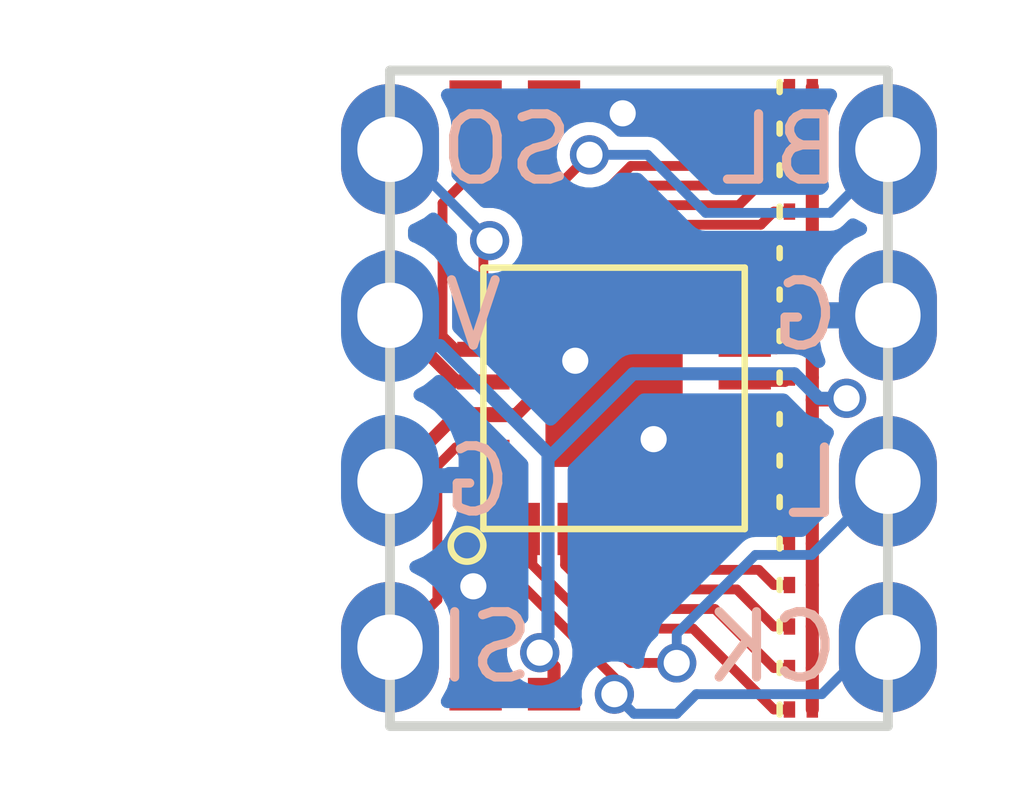
<source format=kicad_pcb>
(kicad_pcb (version 4) (host pcbnew 4.0.7-e1-6374~58~ubuntu14.04.1)

  (general
    (links 51)
    (no_connects 5)
    (area 168.194999 100.108499 175.965001 110.291501)
    (thickness 1.6)
    (drawings 13)
    (tracks 155)
    (zones 0)
    (modules 21)
    (nets 25)
  )

  (page A4)
  (layers
    (0 F.Cu signal)
    (31 B.Cu signal)
    (32 B.Adhes user)
    (33 F.Adhes user)
    (34 B.Paste user)
    (35 F.Paste user)
    (36 B.SilkS user)
    (37 F.SilkS user)
    (38 B.Mask user)
    (39 F.Mask user)
    (40 Dwgs.User user)
    (41 Cmts.User user hide)
    (42 Eco1.User user)
    (43 Eco2.User user)
    (44 Edge.Cuts user)
    (45 Margin user)
    (46 B.CrtYd user)
    (47 F.CrtYd user)
    (48 B.Fab user)
    (49 F.Fab user hide)
  )

  (setup
    (last_trace_width 0.2)
    (user_trace_width 0.2)
    (trace_clearance 0.15)
    (zone_clearance 0.2)
    (zone_45_only no)
    (trace_min 0.15)
    (segment_width 0.2)
    (edge_width 0.15)
    (via_size 0.6)
    (via_drill 0.4)
    (via_min_size 0.4)
    (via_min_drill 0.3)
    (uvia_size 0.3)
    (uvia_drill 0.1)
    (uvias_allowed no)
    (uvia_min_size 0.2)
    (uvia_min_drill 0.1)
    (pcb_text_width 0.3)
    (pcb_text_size 1.5 1.5)
    (mod_edge_width 0.15)
    (mod_text_size 1 1)
    (mod_text_width 0.15)
    (pad_size 1 1)
    (pad_drill 1)
    (pad_to_mask_clearance 0.05)
    (aux_axis_origin 0 0)
    (grid_origin 167.005 111.125)
    (visible_elements FFFFFF7F)
    (pcbplotparams
      (layerselection 0x010fc_80000001)
      (usegerberextensions false)
      (excludeedgelayer true)
      (linewidth 0.100000)
      (plotframeref false)
      (viasonmask false)
      (mode 1)
      (useauxorigin false)
      (hpglpennumber 1)
      (hpglpenspeed 20)
      (hpglpendiameter 15)
      (hpglpenoverlay 2)
      (psnegative false)
      (psa4output false)
      (plotreference true)
      (plotvalue true)
      (plotinvisibletext false)
      (padsonsilk false)
      (subtractmaskfromsilk false)
      (outputformat 1)
      (mirror false)
      (drillshape 0)
      (scaleselection 1)
      (outputdirectory Gerbers/))
  )

  (net 0 "")
  (net 1 VCC)
  (net 2 GND)
  (net 3 /SOUT)
  (net 4 /SIN)
  (net 5 "Net-(R1-Pad1)")
  (net 6 /LAT)
  (net 7 /BLANK)
  (net 8 /SCLK)
  (net 9 "Net-(D1-Pad1)")
  (net 10 "Net-(D2-Pad1)")
  (net 11 "Net-(D3-Pad1)")
  (net 12 "Net-(D4-Pad1)")
  (net 13 "Net-(D5-Pad1)")
  (net 14 "Net-(D6-Pad1)")
  (net 15 "Net-(D7-Pad1)")
  (net 16 "Net-(D8-Pad1)")
  (net 17 "Net-(D9-Pad1)")
  (net 18 "Net-(D10-Pad1)")
  (net 19 "Net-(D11-Pad1)")
  (net 20 "Net-(D12-Pad1)")
  (net 21 "Net-(D13-Pad1)")
  (net 22 "Net-(D14-Pad1)")
  (net 23 "Net-(D15-Pad1)")
  (net 24 "Net-(D16-Pad1)")

  (net_class Default "This is the default net class."
    (clearance 0.15)
    (trace_width 0.15)
    (via_dia 0.6)
    (via_drill 0.4)
    (uvia_dia 0.3)
    (uvia_drill 0.1)
    (add_net /BLANK)
    (add_net /LAT)
    (add_net /SCLK)
    (add_net /SIN)
    (add_net /SOUT)
    (add_net GND)
    (add_net "Net-(D1-Pad1)")
    (add_net "Net-(D10-Pad1)")
    (add_net "Net-(D11-Pad1)")
    (add_net "Net-(D12-Pad1)")
    (add_net "Net-(D13-Pad1)")
    (add_net "Net-(D14-Pad1)")
    (add_net "Net-(D15-Pad1)")
    (add_net "Net-(D16-Pad1)")
    (add_net "Net-(D2-Pad1)")
    (add_net "Net-(D3-Pad1)")
    (add_net "Net-(D4-Pad1)")
    (add_net "Net-(D5-Pad1)")
    (add_net "Net-(D6-Pad1)")
    (add_net "Net-(D7-Pad1)")
    (add_net "Net-(D8-Pad1)")
    (add_net "Net-(D9-Pad1)")
    (add_net "Net-(R1-Pad1)")
    (add_net VCC)
  )

  (module KiCad_Footprints:ZF_LED_SunLed_0201 (layer F.Cu) (tedit 58274E1B) (tstamp 59C82247)
    (at 174.558 100.4375)
    (path /59C7ECCB)
    (attr smd)
    (fp_text reference D16 (at 0 1.15) (layer Cmts.User)
      (effects (font (size 1 1) (thickness 0.15)))
    )
    (fp_text value LED (at 0 -3) (layer Cmts.User) hide
      (effects (font (size 1 1) (thickness 0.15)))
    )
    (fp_line (start -0.325 -0.075) (end -0.325 0.075) (layer F.SilkS) (width 0.1))
    (pad 1 smd rect (at -0.175 0) (size 0.175 0.25) (layers F.Cu F.Paste F.Mask)
      (net 24 "Net-(D16-Pad1)"))
    (pad 2 smd rect (at 0.175 0) (size 0.175 0.25) (layers F.Cu F.Paste F.Mask)
      (net 1 VCC))
  )

  (module KiCad_Footprints:ZF_CONN_1x4_cast (layer F.Cu) (tedit 59B475E2) (tstamp 59B48058)
    (at 175.89 105.2 90)
    (path /59B43AD5)
    (fp_text reference J1 (at -7.62 0 90) (layer F.SilkS) hide
      (effects (font (size 1 1) (thickness 0.15)))
    )
    (fp_text value CONN_01X04 (at 0 -5.08 90) (layer F.Fab) hide
      (effects (font (size 1 1) (thickness 0.15)))
    )
    (pad 2 thru_hole oval (at -1.27 0 90) (size 2 1.5) (drill 1) (layers *.Cu *.Mask)
      (net 6 /LAT))
    (pad 1 thru_hole oval (at -3.81 0 90) (size 2 1.5) (drill 1) (layers *.Cu *.Mask)
      (net 8 /SCLK))
    (pad 3 thru_hole oval (at 1.27 0 90) (size 2 1.5) (drill 1) (layers *.Cu *.Mask)
      (net 2 GND))
    (pad 4 thru_hole oval (at 3.81 0 90) (size 2 1.5) (drill 1) (layers *.Cu *.Mask)
      (net 7 /BLANK))
  )

  (module KiCad_Footprints:ZF_SMD_NonPol_0402 (layer F.Cu) (tedit 591B0B98) (tstamp 59B49BBA)
    (at 170.18 100.584)
    (path /59B44C90)
    (attr smd)
    (fp_text reference R1 (at 0 1.5) (layer F.Fab)
      (effects (font (size 1 1) (thickness 0.15)))
    )
    (fp_text value R (at 0 -1.5) (layer F.Fab) hide
      (effects (font (size 1 1) (thickness 0.15)))
    )
    (pad 1 smd rect (at -0.6 0) (size 0.8 0.5) (layers F.Cu F.Paste F.Mask)
      (net 5 "Net-(R1-Pad1)"))
    (pad 2 smd rect (at 0.6 0) (size 0.8 0.5) (layers F.Cu F.Paste F.Mask)
      (net 2 GND))
    (model Resistors_SMD.3dshapes/R_0402.wrl
      (at (xyz 0 0 0))
      (scale (xyz 1 1 1))
      (rotate (xyz 0 0 0))
    )
  )

  (module KiCad_Footprints:ZF_LED_SunLed_0201 (layer F.Cu) (tedit 58274E1B) (tstamp 59C821ED)
    (at 174.558 109.9625)
    (path /59B41876)
    (attr smd)
    (fp_text reference D1 (at 0 1.15) (layer Cmts.User)
      (effects (font (size 1 1) (thickness 0.15)))
    )
    (fp_text value LED (at 0 -3) (layer Cmts.User) hide
      (effects (font (size 1 1) (thickness 0.15)))
    )
    (fp_line (start -0.325 -0.075) (end -0.325 0.075) (layer F.SilkS) (width 0.1))
    (pad 1 smd rect (at -0.175 0) (size 0.175 0.25) (layers F.Cu F.Paste F.Mask)
      (net 9 "Net-(D1-Pad1)"))
    (pad 2 smd rect (at 0.175 0) (size 0.175 0.25) (layers F.Cu F.Paste F.Mask)
      (net 1 VCC))
  )

  (module KiCad_Footprints:ZF_LED_SunLed_0201 (layer F.Cu) (tedit 58274E1B) (tstamp 59C821F3)
    (at 174.558 109.3275)
    (path /59C7E84E)
    (attr smd)
    (fp_text reference D2 (at 0 1.15) (layer Cmts.User)
      (effects (font (size 1 1) (thickness 0.15)))
    )
    (fp_text value LED (at 0 -3) (layer Cmts.User) hide
      (effects (font (size 1 1) (thickness 0.15)))
    )
    (fp_line (start -0.325 -0.075) (end -0.325 0.075) (layer F.SilkS) (width 0.1))
    (pad 1 smd rect (at -0.175 0) (size 0.175 0.25) (layers F.Cu F.Paste F.Mask)
      (net 10 "Net-(D2-Pad1)"))
    (pad 2 smd rect (at 0.175 0) (size 0.175 0.25) (layers F.Cu F.Paste F.Mask)
      (net 1 VCC))
  )

  (module KiCad_Footprints:ZF_LED_SunLed_0201 (layer F.Cu) (tedit 58274E1B) (tstamp 59C821F9)
    (at 174.558 108.6925)
    (path /59C7E88E)
    (attr smd)
    (fp_text reference D3 (at 0 1.15) (layer Cmts.User)
      (effects (font (size 1 1) (thickness 0.15)))
    )
    (fp_text value LED (at 0 -3) (layer Cmts.User) hide
      (effects (font (size 1 1) (thickness 0.15)))
    )
    (fp_line (start -0.325 -0.075) (end -0.325 0.075) (layer F.SilkS) (width 0.1))
    (pad 1 smd rect (at -0.175 0) (size 0.175 0.25) (layers F.Cu F.Paste F.Mask)
      (net 11 "Net-(D3-Pad1)"))
    (pad 2 smd rect (at 0.175 0) (size 0.175 0.25) (layers F.Cu F.Paste F.Mask)
      (net 1 VCC))
  )

  (module KiCad_Footprints:ZF_LED_SunLed_0201 (layer F.Cu) (tedit 58274E1B) (tstamp 59C821FF)
    (at 174.558 108.0575)
    (path /59C7E905)
    (attr smd)
    (fp_text reference D4 (at 0 1.15) (layer Cmts.User)
      (effects (font (size 1 1) (thickness 0.15)))
    )
    (fp_text value LED (at 0 -3) (layer Cmts.User) hide
      (effects (font (size 1 1) (thickness 0.15)))
    )
    (fp_line (start -0.325 -0.075) (end -0.325 0.075) (layer F.SilkS) (width 0.1))
    (pad 1 smd rect (at -0.175 0) (size 0.175 0.25) (layers F.Cu F.Paste F.Mask)
      (net 12 "Net-(D4-Pad1)"))
    (pad 2 smd rect (at 0.175 0) (size 0.175 0.25) (layers F.Cu F.Paste F.Mask)
      (net 1 VCC))
  )

  (module KiCad_Footprints:ZF_LED_SunLed_0201 (layer F.Cu) (tedit 58274E1B) (tstamp 59C82205)
    (at 174.558 107.4225)
    (path /59C7E941)
    (attr smd)
    (fp_text reference D5 (at 0 1.15) (layer Cmts.User)
      (effects (font (size 1 1) (thickness 0.15)))
    )
    (fp_text value LED (at 0 -3) (layer Cmts.User) hide
      (effects (font (size 1 1) (thickness 0.15)))
    )
    (fp_line (start -0.325 -0.075) (end -0.325 0.075) (layer F.SilkS) (width 0.1))
    (pad 1 smd rect (at -0.175 0) (size 0.175 0.25) (layers F.Cu F.Paste F.Mask)
      (net 13 "Net-(D5-Pad1)"))
    (pad 2 smd rect (at 0.175 0) (size 0.175 0.25) (layers F.Cu F.Paste F.Mask)
      (net 1 VCC))
  )

  (module KiCad_Footprints:ZF_LED_SunLed_0201 (layer F.Cu) (tedit 58274E1B) (tstamp 59C8220B)
    (at 174.558 106.7875)
    (path /59C7E982)
    (attr smd)
    (fp_text reference D6 (at 0 1.15) (layer Cmts.User)
      (effects (font (size 1 1) (thickness 0.15)))
    )
    (fp_text value LED (at 0 -3) (layer Cmts.User) hide
      (effects (font (size 1 1) (thickness 0.15)))
    )
    (fp_line (start -0.325 -0.075) (end -0.325 0.075) (layer F.SilkS) (width 0.1))
    (pad 1 smd rect (at -0.175 0) (size 0.175 0.25) (layers F.Cu F.Paste F.Mask)
      (net 14 "Net-(D6-Pad1)"))
    (pad 2 smd rect (at 0.175 0) (size 0.175 0.25) (layers F.Cu F.Paste F.Mask)
      (net 1 VCC))
  )

  (module KiCad_Footprints:ZF_LED_SunLed_0201 (layer F.Cu) (tedit 58274E1B) (tstamp 59C82211)
    (at 174.558 106.1525)
    (path /59C7E9CA)
    (attr smd)
    (fp_text reference D7 (at 0 1.15) (layer Cmts.User)
      (effects (font (size 1 1) (thickness 0.15)))
    )
    (fp_text value LED (at 0 -3) (layer Cmts.User) hide
      (effects (font (size 1 1) (thickness 0.15)))
    )
    (fp_line (start -0.325 -0.075) (end -0.325 0.075) (layer F.SilkS) (width 0.1))
    (pad 1 smd rect (at -0.175 0) (size 0.175 0.25) (layers F.Cu F.Paste F.Mask)
      (net 15 "Net-(D7-Pad1)"))
    (pad 2 smd rect (at 0.175 0) (size 0.175 0.25) (layers F.Cu F.Paste F.Mask)
      (net 1 VCC))
  )

  (module KiCad_Footprints:ZF_LED_SunLed_0201 (layer F.Cu) (tedit 58274E1B) (tstamp 59C82217)
    (at 174.558 105.5175)
    (path /59C7EA15)
    (attr smd)
    (fp_text reference D8 (at 0 1.15) (layer Cmts.User)
      (effects (font (size 1 1) (thickness 0.15)))
    )
    (fp_text value LED (at 0 -3) (layer Cmts.User) hide
      (effects (font (size 1 1) (thickness 0.15)))
    )
    (fp_line (start -0.325 -0.075) (end -0.325 0.075) (layer F.SilkS) (width 0.1))
    (pad 1 smd rect (at -0.175 0) (size 0.175 0.25) (layers F.Cu F.Paste F.Mask)
      (net 16 "Net-(D8-Pad1)"))
    (pad 2 smd rect (at 0.175 0) (size 0.175 0.25) (layers F.Cu F.Paste F.Mask)
      (net 1 VCC))
  )

  (module KiCad_Footprints:ZF_LED_SunLed_0201 (layer F.Cu) (tedit 58274E1B) (tstamp 59C8221D)
    (at 174.558 104.8825)
    (path /59C7EA67)
    (attr smd)
    (fp_text reference D9 (at 0 1.15) (layer Cmts.User)
      (effects (font (size 1 1) (thickness 0.15)))
    )
    (fp_text value LED (at 0 -3) (layer Cmts.User) hide
      (effects (font (size 1 1) (thickness 0.15)))
    )
    (fp_line (start -0.325 -0.075) (end -0.325 0.075) (layer F.SilkS) (width 0.1))
    (pad 1 smd rect (at -0.175 0) (size 0.175 0.25) (layers F.Cu F.Paste F.Mask)
      (net 17 "Net-(D9-Pad1)"))
    (pad 2 smd rect (at 0.175 0) (size 0.175 0.25) (layers F.Cu F.Paste F.Mask)
      (net 1 VCC))
  )

  (module KiCad_Footprints:ZF_LED_SunLed_0201 (layer F.Cu) (tedit 58274E1B) (tstamp 59C82223)
    (at 174.558 104.2475)
    (path /59C7EAC0)
    (attr smd)
    (fp_text reference D10 (at 0 1.15) (layer Cmts.User)
      (effects (font (size 1 1) (thickness 0.15)))
    )
    (fp_text value LED (at 0 -3) (layer Cmts.User) hide
      (effects (font (size 1 1) (thickness 0.15)))
    )
    (fp_line (start -0.325 -0.075) (end -0.325 0.075) (layer F.SilkS) (width 0.1))
    (pad 1 smd rect (at -0.175 0) (size 0.175 0.25) (layers F.Cu F.Paste F.Mask)
      (net 18 "Net-(D10-Pad1)"))
    (pad 2 smd rect (at 0.175 0) (size 0.175 0.25) (layers F.Cu F.Paste F.Mask)
      (net 1 VCC))
  )

  (module KiCad_Footprints:ZF_LED_SunLed_0201 (layer F.Cu) (tedit 58274E1B) (tstamp 59C82229)
    (at 174.558 103.6125)
    (path /59C7EB12)
    (attr smd)
    (fp_text reference D11 (at 0 1.15) (layer Cmts.User)
      (effects (font (size 1 1) (thickness 0.15)))
    )
    (fp_text value LED (at 0 -3) (layer Cmts.User) hide
      (effects (font (size 1 1) (thickness 0.15)))
    )
    (fp_line (start -0.325 -0.075) (end -0.325 0.075) (layer F.SilkS) (width 0.1))
    (pad 1 smd rect (at -0.175 0) (size 0.175 0.25) (layers F.Cu F.Paste F.Mask)
      (net 19 "Net-(D11-Pad1)"))
    (pad 2 smd rect (at 0.175 0) (size 0.175 0.25) (layers F.Cu F.Paste F.Mask)
      (net 1 VCC))
  )

  (module KiCad_Footprints:ZF_LED_SunLed_0201 (layer F.Cu) (tedit 58274E1B) (tstamp 59C8222F)
    (at 174.558 102.9775)
    (path /59C7EB63)
    (attr smd)
    (fp_text reference D12 (at 0 1.15) (layer Cmts.User)
      (effects (font (size 1 1) (thickness 0.15)))
    )
    (fp_text value LED (at 0 -3) (layer Cmts.User) hide
      (effects (font (size 1 1) (thickness 0.15)))
    )
    (fp_line (start -0.325 -0.075) (end -0.325 0.075) (layer F.SilkS) (width 0.1))
    (pad 1 smd rect (at -0.175 0) (size 0.175 0.25) (layers F.Cu F.Paste F.Mask)
      (net 20 "Net-(D12-Pad1)"))
    (pad 2 smd rect (at 0.175 0) (size 0.175 0.25) (layers F.Cu F.Paste F.Mask)
      (net 1 VCC))
  )

  (module KiCad_Footprints:ZF_LED_SunLed_0201 (layer F.Cu) (tedit 58274E1B) (tstamp 59C82235)
    (at 174.558 102.3425)
    (path /59C7EBB5)
    (attr smd)
    (fp_text reference D13 (at 0 1.15) (layer Cmts.User)
      (effects (font (size 1 1) (thickness 0.15)))
    )
    (fp_text value LED (at 0 -3) (layer Cmts.User) hide
      (effects (font (size 1 1) (thickness 0.15)))
    )
    (fp_line (start -0.325 -0.075) (end -0.325 0.075) (layer F.SilkS) (width 0.1))
    (pad 1 smd rect (at -0.175 0) (size 0.175 0.25) (layers F.Cu F.Paste F.Mask)
      (net 21 "Net-(D13-Pad1)"))
    (pad 2 smd rect (at 0.175 0) (size 0.175 0.25) (layers F.Cu F.Paste F.Mask)
      (net 1 VCC))
  )

  (module KiCad_Footprints:ZF_LED_SunLed_0201 (layer F.Cu) (tedit 58274E1B) (tstamp 59C8223B)
    (at 174.558 101.7075)
    (path /59C7EC0C)
    (attr smd)
    (fp_text reference D14 (at 0 1.15) (layer Cmts.User)
      (effects (font (size 1 1) (thickness 0.15)))
    )
    (fp_text value LED (at 0 -3) (layer Cmts.User) hide
      (effects (font (size 1 1) (thickness 0.15)))
    )
    (fp_line (start -0.325 -0.075) (end -0.325 0.075) (layer F.SilkS) (width 0.1))
    (pad 1 smd rect (at -0.175 0) (size 0.175 0.25) (layers F.Cu F.Paste F.Mask)
      (net 22 "Net-(D14-Pad1)"))
    (pad 2 smd rect (at 0.175 0) (size 0.175 0.25) (layers F.Cu F.Paste F.Mask)
      (net 1 VCC))
  )

  (module KiCad_Footprints:ZF_LED_SunLed_0201 (layer F.Cu) (tedit 58274E1B) (tstamp 59C82241)
    (at 174.558 101.0725)
    (path /59C7EC66)
    (attr smd)
    (fp_text reference D15 (at 0 1.15) (layer Cmts.User)
      (effects (font (size 1 1) (thickness 0.15)))
    )
    (fp_text value LED (at 0 -3) (layer Cmts.User) hide
      (effects (font (size 1 1) (thickness 0.15)))
    )
    (fp_line (start -0.325 -0.075) (end -0.325 0.075) (layer F.SilkS) (width 0.1))
    (pad 1 smd rect (at -0.175 0) (size 0.175 0.25) (layers F.Cu F.Paste F.Mask)
      (net 23 "Net-(D15-Pad1)"))
    (pad 2 smd rect (at 0.175 0) (size 0.175 0.25) (layers F.Cu F.Paste F.Mask)
      (net 1 VCC))
  )

  (module KiCad_Footprints:ZF_IC_QFN24-050-short (layer F.Cu) (tedit 59C7EA7F) (tstamp 59C8224D)
    (at 171.699 105.2 90)
    (path /59B457C3)
    (attr smd)
    (fp_text reference U1 (at 0 4.25 90) (layer Cmts.User)
      (effects (font (size 1 1) (thickness 0.15)))
    )
    (fp_text value TI_TLC59283_QFN24 (at 0 -4.25 90) (layer Cmts.User) hide
      (effects (font (size 1 1) (thickness 0.15)))
    )
    (fp_circle (center -2.25 -2.25) (end -2.25 -2) (layer F.SilkS) (width 0.1))
    (fp_line (start -2 2) (end -2 -2) (layer F.SilkS) (width 0.1))
    (fp_line (start 2 2) (end -2 2) (layer F.SilkS) (width 0.1))
    (fp_line (start 2 -2) (end 2 2) (layer F.SilkS) (width 0.1))
    (fp_line (start -2 -2) (end 2 -2) (layer F.SilkS) (width 0.1))
    (pad 22 smd rect (at 0 0 90) (size 2.1 2.1) (layers F.Cu F.Mask)
      (net 2 GND))
    (pad 1 smd rect (at -2 -1.25 90) (size 0.8 0.23) (layers F.Cu F.Paste F.Mask)
      (net 6 /LAT))
    (pad 22 smd rect (at -0.6 -0.6 90) (size 0.8 0.8) (layers F.Paste)
      (net 2 GND))
    (pad 22 smd rect (at 0.6 -0.6 90) (size 0.8 0.8) (layers F.Paste)
      (net 2 GND))
    (pad 22 smd rect (at 0.6 0.6 90) (size 0.8 0.8) (layers F.Paste)
      (net 2 GND))
    (pad 22 smd rect (at -0.6 0.6 90) (size 0.8 0.8) (layers F.Paste)
      (net 2 GND))
    (pad 2 smd rect (at -2 -0.75 90) (size 0.8 0.23) (layers F.Cu F.Paste F.Mask)
      (net 9 "Net-(D1-Pad1)"))
    (pad 3 smd rect (at -2 -0.25 90) (size 0.8 0.23) (layers F.Cu F.Paste F.Mask)
      (net 10 "Net-(D2-Pad1)"))
    (pad 5 smd rect (at -2 0.75 90) (size 0.8 0.23) (layers F.Cu F.Paste F.Mask)
      (net 12 "Net-(D4-Pad1)"))
    (pad 4 smd rect (at -2 0.25 90) (size 0.8 0.23) (layers F.Cu F.Paste F.Mask)
      (net 11 "Net-(D3-Pad1)"))
    (pad 6 smd rect (at -2 1.25 90) (size 0.8 0.23) (layers F.Cu F.Paste F.Mask)
      (net 13 "Net-(D5-Pad1)"))
    (pad 7 smd rect (at -1.25 2 180) (size 0.8 0.23) (layers F.Cu F.Paste F.Mask)
      (net 14 "Net-(D6-Pad1)"))
    (pad 8 smd rect (at -0.75 2 180) (size 0.8 0.23) (layers F.Cu F.Paste F.Mask)
      (net 15 "Net-(D7-Pad1)"))
    (pad 9 smd rect (at -0.25 2 180) (size 0.8 0.23) (layers F.Cu F.Paste F.Mask)
      (net 16 "Net-(D8-Pad1)"))
    (pad 10 smd rect (at 0.25 2 180) (size 0.8 0.23) (layers F.Cu F.Paste F.Mask)
      (net 17 "Net-(D9-Pad1)"))
    (pad 11 smd rect (at 0.75 2 180) (size 0.8 0.23) (layers F.Cu F.Paste F.Mask)
      (net 18 "Net-(D10-Pad1)"))
    (pad 12 smd rect (at 1.25 2 180) (size 0.8 0.23) (layers F.Cu F.Paste F.Mask)
      (net 19 "Net-(D11-Pad1)"))
    (pad 13 smd rect (at 2 1.25 90) (size 0.8 0.23) (layers F.Cu F.Paste F.Mask)
      (net 20 "Net-(D12-Pad1)"))
    (pad 14 smd rect (at 2 0.75 90) (size 0.8 0.23) (layers F.Cu F.Paste F.Mask)
      (net 21 "Net-(D13-Pad1)"))
    (pad 15 smd rect (at 2 0.25 90) (size 0.8 0.23) (layers F.Cu F.Paste F.Mask)
      (net 22 "Net-(D14-Pad1)"))
    (pad 16 smd rect (at 2 -0.25 90) (size 0.8 0.23) (layers F.Cu F.Paste F.Mask)
      (net 23 "Net-(D15-Pad1)"))
    (pad 17 smd rect (at 2 -0.75 90) (size 0.8 0.23) (layers F.Cu F.Paste F.Mask)
      (net 24 "Net-(D16-Pad1)"))
    (pad 18 smd rect (at 2 -1.25 90) (size 0.8 0.23) (layers F.Cu F.Paste F.Mask)
      (net 7 /BLANK))
    (pad 19 smd rect (at 1.25 -2 180) (size 0.8 0.23) (layers F.Cu F.Paste F.Mask)
      (net 3 /SOUT))
    (pad 20 smd rect (at 0.75 -2 180) (size 0.8 0.23) (layers F.Cu F.Paste F.Mask)
      (net 5 "Net-(R1-Pad1)"))
    (pad 21 smd rect (at 0.25 -2 180) (size 0.8 0.23) (layers F.Cu F.Paste F.Mask)
      (net 1 VCC))
    (pad 22 smd rect (at -0.25 -2 180) (size 0.8 0.23) (layers F.Cu F.Paste F.Mask)
      (net 2 GND))
    (pad 23 smd rect (at -0.75 -2) (size 0.8 0.23) (layers F.Cu F.Paste F.Mask)
      (net 4 /SIN))
    (pad 24 smd rect (at -1.25 -2 180) (size 0.8 0.23) (layers F.Cu F.Paste F.Mask)
      (net 8 /SCLK))
  )

  (module KiCad_Footprints:ZF_SMD_NonPol_0402_cap (layer F.Cu) (tedit 591B0C39) (tstamp 59C83BE8)
    (at 170.18 109.728 180)
    (path /59B42D1F)
    (attr smd)
    (fp_text reference C1 (at 0 1.25 180) (layer F.Fab)
      (effects (font (size 1 1) (thickness 0.15)))
    )
    (fp_text value C (at 0 -1.5 180) (layer F.Fab) hide
      (effects (font (size 1 1) (thickness 0.15)))
    )
    (pad 1 smd rect (at -0.6 0 180) (size 0.8 0.5) (layers F.Cu F.Paste F.Mask)
      (net 1 VCC))
    (pad 2 smd rect (at 0.6 0 180) (size 0.8 0.5) (layers F.Cu F.Paste F.Mask)
      (net 2 GND))
    (model Capacitors_SMD.3dshapes/C_0402.wrl
      (at (xyz 0 0 0))
      (scale (xyz 1 1 1))
      (rotate (xyz 0 0 0))
    )
  )

  (module KiCad_Footprints:ZF_CONN_1x4_cast-skinny (layer F.Cu) (tedit 59C7F41D) (tstamp 59C83B2D)
    (at 168.27 105.2 270)
    (path /59B439FC)
    (fp_text reference J2 (at -7.62 0 270) (layer F.SilkS) hide
      (effects (font (size 1 1) (thickness 0.15)))
    )
    (fp_text value CONN_01X04 (at 0 -5.08 270) (layer F.Fab) hide
      (effects (font (size 1 1) (thickness 0.15)))
    )
    (pad 2 thru_hole oval (at -1.27 0 270) (size 2 1) (drill 1) (layers *.Cu *.Mask)
      (net 1 VCC))
    (pad 1 thru_hole oval (at -3.81 0 270) (size 2 1.5) (drill 1) (layers *.Cu *.Mask)
      (net 3 /SOUT))
    (pad 3 thru_hole oval (at 1.27 0 270) (size 2 1) (drill 1) (layers *.Cu *.Mask)
      (net 2 GND))
    (pad 4 thru_hole oval (at 3.81 0 270) (size 2 1.5) (drill 1) (layers *.Cu *.Mask)
      (net 4 /SIN))
    (pad 2 smd oval (at -1.25 0 270) (size 2 1.5) (layers B.Cu B.Mask)
      (net 1 VCC))
    (pad 3 smd oval (at 1.25 0 270) (size 2 1.5) (layers B.Cu B.Mask)
      (net 2 GND))
  )

  (gr_text SO (at 170.053 101.39) (layer B.SilkS)
    (effects (font (size 1 1) (thickness 0.14)) (justify mirror))
  )
  (gr_text CK (at 174.117 109.01) (layer B.SilkS)
    (effects (font (size 1 1) (thickness 0.14)) (justify mirror))
  )
  (gr_text L (at 174.752 106.4895) (layer B.SilkS)
    (effects (font (size 1 1) (thickness 0.14)) (justify mirror))
  )
  (gr_text BL (at 174.244 101.39) (layer B.SilkS)
    (effects (font (size 1 1) (thickness 0.14)) (justify mirror))
  )
  (gr_text SI (at 169.7355 109.01) (layer B.SilkS)
    (effects (font (size 1 1) (thickness 0.14)) (justify mirror))
  )
  (gr_text G (at 174.625 103.93) (layer B.SilkS)
    (effects (font (size 1 1) (thickness 0.14)) (justify mirror))
  )
  (gr_text G (at 169.6085 106.47) (layer B.SilkS)
    (effects (font (size 1 1) (thickness 0.14)) (justify mirror))
  )
  (gr_text V (at 169.545 103.93) (layer B.SilkS)
    (effects (font (size 1 1) (thickness 0.14)) (justify mirror))
  )
  (gr_line (start 175.89 100.1835) (end 175.89 110.2165) (layer Edge.Cuts) (width 0.15))
  (gr_line (start 168.27 100.247) (end 168.27 100.1835) (layer Edge.Cuts) (width 0.15))
  (gr_line (start 168.27 110.2165) (end 168.27 100.247) (layer Edge.Cuts) (width 0.15))
  (gr_line (start 175.89 110.2165) (end 168.27 110.2165) (layer Edge.Cuts) (width 0.15))
  (gr_line (start 168.27 100.1835) (end 175.89 100.1835) (layer Edge.Cuts) (width 0.15))

  (segment (start 170.688 108.839) (end 170.688 106.125) (width 0.2) (layer B.Cu) (net 1))
  (segment (start 171.988 104.825) (end 170.688 106.125) (width 0.2) (layer B.Cu) (net 1))
  (segment (start 170.688 106.125) (end 170.688 106.045) (width 0.2) (layer B.Cu) (net 1))
  (segment (start 174.458596 104.825) (end 171.988 104.825) (width 0.2) (layer B.Cu) (net 1))
  (segment (start 175.25786 105.2) (end 174.833596 105.2) (width 0.2) (layer B.Cu) (net 1))
  (segment (start 174.833596 105.2) (end 174.458596 104.825) (width 0.2) (layer B.Cu) (net 1))
  (segment (start 170.688 106.045) (end 169.668 105.025) (width 0.2) (layer B.Cu) (net 1))
  (segment (start 169.668 105.025) (end 169.037 104.394) (width 0.2) (layer B.Cu) (net 1))
  (segment (start 174.733 105.225) (end 174.733 105.5175) (width 0.2) (layer F.Cu) (net 1))
  (segment (start 174.733 104.8825) (end 174.733 105.225) (width 0.2) (layer F.Cu) (net 1))
  (segment (start 174.733 105.225) (end 175.23286 105.225) (width 0.2) (layer F.Cu) (net 1))
  (segment (start 175.23286 105.225) (end 175.25786 105.2) (width 0.2) (layer F.Cu) (net 1))
  (via (at 175.25786 105.2) (size 0.6) (drill 0.4) (layers F.Cu B.Cu) (net 1))
  (segment (start 174.733 109.3275) (end 174.733 109.9625) (width 0.2) (layer F.Cu) (net 1))
  (segment (start 174.733 108.6925) (end 174.733 109.3275) (width 0.2) (layer F.Cu) (net 1))
  (segment (start 174.733 108.0575) (end 174.733 108.6925) (width 0.2) (layer F.Cu) (net 1))
  (segment (start 174.733 107.4225) (end 174.733 108.0575) (width 0.2) (layer F.Cu) (net 1))
  (segment (start 174.733 106.7875) (end 174.733 107.4225) (width 0.2) (layer F.Cu) (net 1))
  (segment (start 174.733 106.1525) (end 174.733 106.7875) (width 0.2) (layer F.Cu) (net 1))
  (segment (start 174.733 105.5175) (end 174.733 106.1525) (width 0.2) (layer F.Cu) (net 1))
  (segment (start 174.733 104.2475) (end 174.733 104.8825) (width 0.2) (layer F.Cu) (net 1))
  (segment (start 174.733 103.6125) (end 174.733 104.2475) (width 0.2) (layer F.Cu) (net 1))
  (segment (start 174.733 102.9775) (end 174.733 103.6125) (width 0.2) (layer F.Cu) (net 1))
  (segment (start 174.733 102.3425) (end 174.733 102.9775) (width 0.2) (layer F.Cu) (net 1))
  (segment (start 174.733 101.7075) (end 174.733 102.3425) (width 0.2) (layer F.Cu) (net 1))
  (segment (start 174.733 101.0725) (end 174.733 101.7075) (width 0.2) (layer F.Cu) (net 1))
  (segment (start 174.733 100.4375) (end 174.733 101.0725) (width 0.2) (layer F.Cu) (net 1))
  (segment (start 170.561 109.093) (end 170.561 108.966) (width 0.2) (layer B.Cu) (net 1))
  (segment (start 170.561 108.966) (end 170.688 108.839) (width 0.2) (layer B.Cu) (net 1))
  (segment (start 169.037 104.394) (end 168.714 104.394) (width 0.2) (layer B.Cu) (net 1))
  (segment (start 168.714 104.394) (end 168.27 103.95) (width 0.2) (layer B.Cu) (net 1))
  (segment (start 168.27 104.43) (end 168.27 103.93) (width 0.2) (layer B.Cu) (net 1))
  (segment (start 170.78 109.728) (end 170.78 109.312) (width 0.2) (layer F.Cu) (net 1))
  (segment (start 170.78 109.312) (end 170.561 109.093) (width 0.2) (layer F.Cu) (net 1))
  (via (at 170.561 109.093) (size 0.6) (drill 0.4) (layers F.Cu B.Cu) (net 1))
  (segment (start 169.699 104.95) (end 169.29 104.95) (width 0.2) (layer F.Cu) (net 1))
  (segment (start 169.29 104.95) (end 168.27 103.93) (width 0.2) (layer F.Cu) (net 1))
  (segment (start 171.105 104.525) (end 171.105 104.625) (width 0.2) (layer B.Cu) (net 2))
  (segment (start 171.105 104.625) (end 171.699 105.2) (width 0.2) (layer F.Cu) (net 2) (tstamp 59DC04F3))
  (via (at 171.105 104.625) (size 0.6) (drill 0.4) (layers F.Cu B.Cu) (net 2))
  (segment (start 172.205 105.825) (end 172.305 105.825) (width 0.2) (layer B.Cu) (net 2))
  (segment (start 172.305 105.825) (end 171.699 105.2) (width 0.2) (layer F.Cu) (net 2) (tstamp 59DC04DF))
  (via (at 172.305 105.825) (size 0.6) (drill 0.4) (layers F.Cu B.Cu) (net 2))
  (segment (start 169.58 109.728) (end 169.58 108.112) (width 0.2) (layer F.Cu) (net 2))
  (segment (start 169.58 108.112) (end 169.545 108.077) (width 0.2) (layer F.Cu) (net 2))
  (via (at 169.545 108.077) (size 0.6) (drill 0.4) (layers F.Cu B.Cu) (net 2))
  (segment (start 170.78 100.584) (end 171.577 100.584) (width 0.15) (layer F.Cu) (net 2))
  (segment (start 171.577 100.584) (end 171.831 100.838) (width 0.15) (layer F.Cu) (net 2))
  (via (at 171.831 100.838) (size 0.6) (drill 0.4) (layers F.Cu B.Cu) (net 2))
  (segment (start 169.699 105.45) (end 169.29 105.45) (width 0.2) (layer F.Cu) (net 2))
  (segment (start 169.29 105.45) (end 168.27 106.47) (width 0.2) (layer F.Cu) (net 2))
  (segment (start 171.699 105.2) (end 170.449 105.2) (width 0.2) (layer F.Cu) (net 2))
  (segment (start 170.449 105.2) (end 170.199 105.45) (width 0.2) (layer F.Cu) (net 2))
  (segment (start 170.199 105.45) (end 169.699 105.45) (width 0.2) (layer F.Cu) (net 2))
  (segment (start 169.794 102.787) (end 168.397 101.39) (width 0.15) (layer B.Cu) (net 3))
  (segment (start 168.397 101.39) (end 168.27 101.39) (width 0.15) (layer B.Cu) (net 3))
  (segment (start 169.699 103.95) (end 169.699 102.882) (width 0.15) (layer F.Cu) (net 3))
  (segment (start 169.699 102.882) (end 169.794 102.787) (width 0.15) (layer F.Cu) (net 3))
  (via (at 169.794 102.787) (size 0.6) (drill 0.4) (layers F.Cu B.Cu) (net 3))
  (segment (start 169.699 105.95) (end 169.278998 105.95) (width 0.15) (layer F.Cu) (net 4))
  (segment (start 169.278998 105.95) (end 168.99501 106.233988) (width 0.15) (layer F.Cu) (net 4))
  (segment (start 168.99501 106.233988) (end 168.99501 108.28499) (width 0.15) (layer F.Cu) (net 4))
  (segment (start 168.99501 108.28499) (end 168.27 109.01) (width 0.15) (layer F.Cu) (net 4))
  (segment (start 169.073999 102.214873) (end 169.58 101.708872) (width 0.15) (layer F.Cu) (net 5))
  (segment (start 169.58 101.708872) (end 169.58 100.584) (width 0.15) (layer F.Cu) (net 5))
  (segment (start 169.278998 104.45) (end 169.699 104.45) (width 0.15) (layer F.Cu) (net 5))
  (segment (start 169.073999 102.214873) (end 169.073999 104.245001) (width 0.15) (layer F.Cu) (net 5))
  (segment (start 169.073999 104.245001) (end 169.278998 104.45) (width 0.15) (layer F.Cu) (net 5))
  (segment (start 172.657883 109.250059) (end 172.657883 108.802117) (width 0.15) (layer B.Cu) (net 6))
  (segment (start 172.657883 108.802117) (end 173.863 107.597) (width 0.15) (layer B.Cu) (net 6))
  (segment (start 173.863 107.597) (end 174.724 107.597) (width 0.15) (layer B.Cu) (net 6))
  (segment (start 174.724 107.597) (end 175.851 106.47) (width 0.15) (layer B.Cu) (net 6))
  (segment (start 175.851 106.47) (end 175.89 106.47) (width 0.15) (layer B.Cu) (net 6))
  (segment (start 172.233619 109.250059) (end 172.657883 109.250059) (width 0.15) (layer F.Cu) (net 6))
  (segment (start 170.449 107.75) (end 171.949059 109.250059) (width 0.15) (layer F.Cu) (net 6))
  (segment (start 171.949059 109.250059) (end 172.233619 109.250059) (width 0.15) (layer F.Cu) (net 6))
  (segment (start 170.449 107.2) (end 170.449 107.75) (width 0.15) (layer F.Cu) (net 6))
  (via (at 172.657883 109.250059) (size 0.6) (drill 0.4) (layers F.Cu B.Cu) (net 6))
  (segment (start 173.101 102.362) (end 175.006 102.362) (width 0.15) (layer B.Cu) (net 7))
  (segment (start 171.323 101.473) (end 172.212 101.473) (width 0.15) (layer B.Cu) (net 7))
  (segment (start 172.212 101.473) (end 173.101 102.362) (width 0.15) (layer B.Cu) (net 7))
  (segment (start 170.449 103.2) (end 170.449 102.347) (width 0.15) (layer F.Cu) (net 7))
  (via (at 171.323 101.473) (size 0.6) (drill 0.4) (layers F.Cu B.Cu) (net 7))
  (segment (start 170.449 102.347) (end 171.323 101.473) (width 0.15) (layer F.Cu) (net 7))
  (segment (start 175.006 102.362) (end 175.89 101.478) (width 0.15) (layer B.Cu) (net 7))
  (segment (start 175.89 101.478) (end 175.89 101.39) (width 0.15) (layer B.Cu) (net 7))
  (segment (start 170.449 103.2) (end 170.449 102.377) (width 0.15) (layer F.Cu) (net 7))
  (segment (start 172.974 109.728) (end 172.956928 109.728) (width 0.15) (layer B.Cu) (net 8))
  (segment (start 172.956928 109.728) (end 172.656929 110.027999) (width 0.15) (layer B.Cu) (net 8))
  (segment (start 172.656929 110.027999) (end 172.003999 110.027999) (width 0.15) (layer B.Cu) (net 8))
  (segment (start 172.003999 110.027999) (end 171.704 109.728) (width 0.15) (layer B.Cu) (net 8))
  (segment (start 174.879 109.728) (end 172.974 109.728) (width 0.15) (layer B.Cu) (net 8))
  (segment (start 175.597 109.01) (end 174.879 109.728) (width 0.15) (layer B.Cu) (net 8))
  (segment (start 175.89 109.01) (end 175.597 109.01) (width 0.15) (layer B.Cu) (net 8))
  (segment (start 172.003999 110.027999) (end 172.656947 110.027999) (width 0.15) (layer B.Cu) (net 8))
  (segment (start 169.699 107.469) (end 171.704 109.474) (width 0.15) (layer F.Cu) (net 8))
  (segment (start 171.704 109.474) (end 171.704 109.728) (width 0.15) (layer F.Cu) (net 8))
  (via (at 171.704 109.728) (size 0.6) (drill 0.4) (layers F.Cu B.Cu) (net 8))
  (segment (start 169.699 106.45) (end 169.699 107.469) (width 0.15) (layer F.Cu) (net 8))
  (segment (start 174.1455 109.9625) (end 174.383 109.9625) (width 0.15) (layer F.Cu) (net 9))
  (segment (start 172.908034 108.725034) (end 174.1455 109.9625) (width 0.15) (layer F.Cu) (net 9))
  (segment (start 171.924034 108.725034) (end 172.908034 108.725034) (width 0.15) (layer F.Cu) (net 9))
  (segment (start 170.949 107.75) (end 171.924034 108.725034) (width 0.15) (layer F.Cu) (net 9))
  (segment (start 170.949 107.2) (end 170.949 107.75) (width 0.15) (layer F.Cu) (net 9))
  (segment (start 174.1455 109.3275) (end 174.383 109.3275) (width 0.15) (layer F.Cu) (net 10))
  (segment (start 172.124023 108.425023) (end 173.243023 108.425023) (width 0.15) (layer F.Cu) (net 10))
  (segment (start 171.449 107.75) (end 172.124023 108.425023) (width 0.15) (layer F.Cu) (net 10))
  (segment (start 171.449 107.2) (end 171.449 107.75) (width 0.15) (layer F.Cu) (net 10))
  (segment (start 173.243023 108.425023) (end 174.1455 109.3275) (width 0.15) (layer F.Cu) (net 10))
  (segment (start 174.1455 108.6925) (end 174.383 108.6925) (width 0.15) (layer F.Cu) (net 11))
  (segment (start 173.578011 108.125011) (end 174.1455 108.6925) (width 0.15) (layer F.Cu) (net 11))
  (segment (start 171.949 107.2) (end 171.949 107.75) (width 0.15) (layer F.Cu) (net 11))
  (segment (start 172.324011 108.125011) (end 173.578011 108.125011) (width 0.15) (layer F.Cu) (net 11))
  (segment (start 171.949 107.75) (end 172.324011 108.125011) (width 0.15) (layer F.Cu) (net 11))
  (segment (start 174.1455 108.0575) (end 174.383 108.0575) (width 0.15) (layer F.Cu) (net 12))
  (segment (start 172.449 107.75) (end 172.524001 107.825001) (width 0.15) (layer F.Cu) (net 12))
  (segment (start 173.913001 107.825001) (end 174.1455 108.0575) (width 0.15) (layer F.Cu) (net 12))
  (segment (start 172.524001 107.825001) (end 173.913001 107.825001) (width 0.15) (layer F.Cu) (net 12))
  (segment (start 172.449 107.2) (end 172.449 107.75) (width 0.15) (layer F.Cu) (net 12))
  (segment (start 174.1605 107.2) (end 174.383 107.4225) (width 0.15) (layer F.Cu) (net 13))
  (segment (start 172.949 107.2) (end 174.1605 107.2) (width 0.15) (layer F.Cu) (net 13))
  (segment (start 173.699 106.45) (end 174.0455 106.45) (width 0.15) (layer F.Cu) (net 14))
  (segment (start 174.0455 106.45) (end 174.383 106.7875) (width 0.15) (layer F.Cu) (net 14))
  (segment (start 174.1805 105.95) (end 174.383 106.1525) (width 0.15) (layer F.Cu) (net 15))
  (segment (start 173.699 105.95) (end 174.1805 105.95) (width 0.15) (layer F.Cu) (net 15))
  (segment (start 174.3155 105.45) (end 174.383 105.5175) (width 0.15) (layer F.Cu) (net 16))
  (segment (start 173.699 105.45) (end 174.3155 105.45) (width 0.15) (layer F.Cu) (net 16))
  (segment (start 174.3155 104.95) (end 174.383 104.8825) (width 0.15) (layer F.Cu) (net 17))
  (segment (start 173.699 104.95) (end 174.3155 104.95) (width 0.15) (layer F.Cu) (net 17))
  (segment (start 174.1805 104.45) (end 174.383 104.2475) (width 0.15) (layer F.Cu) (net 18))
  (segment (start 173.699 104.45) (end 174.1805 104.45) (width 0.15) (layer F.Cu) (net 18))
  (segment (start 173.699 103.95) (end 174.0455 103.95) (width 0.15) (layer F.Cu) (net 19))
  (segment (start 174.0455 103.95) (end 174.383 103.6125) (width 0.15) (layer F.Cu) (net 19))
  (segment (start 174.1605 103.2) (end 174.383 102.9775) (width 0.15) (layer F.Cu) (net 20))
  (segment (start 172.949 103.2) (end 174.1605 103.2) (width 0.15) (layer F.Cu) (net 20))
  (segment (start 174.1455 102.3425) (end 174.383 102.3425) (width 0.15) (layer F.Cu) (net 21))
  (segment (start 173.943967 102.544033) (end 174.1455 102.3425) (width 0.15) (layer F.Cu) (net 21))
  (segment (start 172.554967 102.544033) (end 173.943967 102.544033) (width 0.15) (layer F.Cu) (net 21))
  (segment (start 172.449 102.65) (end 172.554967 102.544033) (width 0.15) (layer F.Cu) (net 21))
  (segment (start 172.449 103.2) (end 172.449 102.65) (width 0.15) (layer F.Cu) (net 21))
  (segment (start 174.1455 101.7075) (end 174.383 101.7075) (width 0.15) (layer F.Cu) (net 22))
  (segment (start 173.608978 102.244022) (end 174.1455 101.7075) (width 0.15) (layer F.Cu) (net 22))
  (segment (start 172.354978 102.244022) (end 173.608978 102.244022) (width 0.15) (layer F.Cu) (net 22))
  (segment (start 171.949 102.65) (end 172.354978 102.244022) (width 0.15) (layer F.Cu) (net 22))
  (segment (start 171.949 103.2) (end 171.949 102.65) (width 0.15) (layer F.Cu) (net 22))
  (segment (start 174.1455 101.0725) (end 174.383 101.0725) (width 0.15) (layer F.Cu) (net 23))
  (segment (start 173.273989 101.944011) (end 174.1455 101.0725) (width 0.15) (layer F.Cu) (net 23))
  (segment (start 171.449 103.2) (end 171.449 102.65) (width 0.15) (layer F.Cu) (net 23))
  (segment (start 172.154989 101.944011) (end 173.273989 101.944011) (width 0.15) (layer F.Cu) (net 23))
  (segment (start 171.449 102.65) (end 172.154989 101.944011) (width 0.15) (layer F.Cu) (net 23))
  (segment (start 173.096 101.644) (end 174.3025 100.4375) (width 0.15) (layer F.Cu) (net 24))
  (segment (start 174.3025 100.4375) (end 174.383 100.4375) (width 0.15) (layer F.Cu) (net 24))
  (segment (start 171.955 101.644) (end 173.096 101.644) (width 0.15) (layer F.Cu) (net 24))
  (segment (start 170.949 103.2) (end 170.949 102.65) (width 0.15) (layer F.Cu) (net 24))
  (segment (start 170.949 102.65) (end 171.955 101.644) (width 0.15) (layer F.Cu) (net 24))

  (zone (net 2) (net_name GND) (layer B.Cu) (tstamp 0) (hatch edge 0.508)
    (connect_pads (clearance 0.2))
    (min_thickness 0.2)
    (fill yes (arc_segments 32) (thermal_gap 0.3) (thermal_bridge_width 0.4))
    (polygon
      (pts
        (xy 164.079 99.6755) (xy 177.9855 99.104) (xy 177.541 111.3595) (xy 162.301001 110.8515)
      )
    )
    (filled_polygon
      (pts
        (xy 170.288 106.210686) (xy 170.288 108.55615) (xy 170.281677 108.558705) (xy 170.183219 108.623135) (xy 170.09915 108.705461)
        (xy 170.032672 108.802549) (xy 169.986318 108.9107) (xy 169.961854 109.025795) (xy 169.960211 109.14345) (xy 169.981452 109.259183)
        (xy 170.024768 109.368586) (xy 170.088509 109.467492) (xy 170.170247 109.552134) (xy 170.266868 109.619287) (xy 170.374693 109.666395)
        (xy 170.489614 109.691662) (xy 170.607254 109.694126) (xy 170.723133 109.673694) (xy 170.832835 109.631143) (xy 170.932184 109.568094)
        (xy 171.017395 109.486949) (xy 171.085221 109.390799) (xy 171.13308 109.283306) (xy 171.159149 109.168564) (xy 171.161026 109.034167)
        (xy 171.138171 108.918742) (xy 171.093332 108.809954) (xy 171.088 108.801929) (xy 171.088 106.290686) (xy 172.153685 105.225)
        (xy 174.29291 105.225) (xy 174.550753 105.482843) (xy 174.579338 105.506323) (xy 174.607609 105.530045) (xy 174.609451 105.531058)
        (xy 174.611078 105.532394) (xy 174.643649 105.549858) (xy 174.676019 105.567654) (xy 174.678025 105.56829) (xy 174.679878 105.569284)
        (xy 174.715175 105.580075) (xy 174.750431 105.591259) (xy 174.752525 105.591494) (xy 174.754534 105.592108) (xy 174.791283 105.595841)
        (xy 174.807772 105.597691) (xy 174.867107 105.659134) (xy 174.963728 105.726287) (xy 174.965134 105.726901) (xy 174.924908 105.800071)
        (xy 174.862945 105.995403) (xy 174.840102 106.19905) (xy 174.84 106.21371) (xy 174.84 106.72629) (xy 174.859997 106.930236)
        (xy 174.860098 106.930572) (xy 174.56867 107.222) (xy 173.863 107.222) (xy 173.828572 107.225376) (xy 173.794018 107.228399)
        (xy 173.792122 107.22895) (xy 173.790162 107.229142) (xy 173.757008 107.239152) (xy 173.723737 107.248818) (xy 173.721988 107.249725)
        (xy 173.720099 107.250295) (xy 173.689489 107.266571) (xy 173.658761 107.282499) (xy 173.657222 107.283728) (xy 173.655478 107.284655)
        (xy 173.628578 107.306594) (xy 173.601564 107.328159) (xy 173.598822 107.330862) (xy 173.598762 107.330911) (xy 173.598716 107.330966)
        (xy 173.597835 107.331835) (xy 172.392718 108.536952) (xy 172.370754 108.563692) (xy 172.348465 108.590254) (xy 172.347513 108.591985)
        (xy 172.346264 108.593506) (xy 172.329906 108.624013) (xy 172.313207 108.654389) (xy 172.312611 108.656268) (xy 172.311679 108.658006)
        (xy 172.301557 108.691116) (xy 172.291078 108.72415) (xy 172.290858 108.726112) (xy 172.290282 108.727996) (xy 172.28678 108.76247)
        (xy 172.285163 108.776882) (xy 172.280102 108.780194) (xy 172.196033 108.86252) (xy 172.129555 108.959608) (xy 172.083201 109.067759)
        (xy 172.058737 109.182854) (xy 172.057898 109.242945) (xy 171.990755 109.197657) (xy 171.882283 109.15206) (xy 171.767021 109.1284)
        (xy 171.649357 109.127578) (xy 171.533775 109.149627) (xy 171.424677 109.193705) (xy 171.326219 109.258135) (xy 171.24215 109.340461)
        (xy 171.175672 109.437549) (xy 171.129318 109.5457) (xy 171.104854 109.660795) (xy 171.103211 109.77845) (xy 171.114783 109.8415)
        (xy 169.146267 109.8415) (xy 169.235092 109.679929) (xy 169.297055 109.484597) (xy 169.319898 109.28095) (xy 169.32 109.26629)
        (xy 169.32 108.75371) (xy 169.300003 108.549764) (xy 169.240773 108.353586) (xy 169.144567 108.172649) (xy 169.015049 108.013844)
        (xy 168.857153 107.883221) (xy 168.676891 107.785754) (xy 168.664471 107.781909) (xy 168.686866 107.773879) (xy 168.699129 107.765905)
        (xy 168.825759 107.711748) (xy 169.012462 107.583884) (xy 169.170633 107.422053) (xy 169.294193 107.232474) (xy 169.378394 107.022432)
        (xy 169.42 106.8) (xy 169.42 106.55) (xy 168.645 106.55) (xy 168.645 106.37) (xy 169.17 106.37)
        (xy 169.17 106.35) (xy 169.42 106.35) (xy 169.42 106.1) (xy 169.378394 105.877568) (xy 169.294193 105.667526)
        (xy 169.170633 105.477947) (xy 169.012462 105.316116) (xy 168.825759 105.188252) (xy 168.727564 105.146256) (xy 168.844941 105.084893)
        (xy 169.004647 104.956486) (xy 169.017948 104.940634)
      )
    )
    (filled_polygon
      (pts
        (xy 174.924908 100.720071) (xy 174.862945 100.915403) (xy 174.840102 101.11905) (xy 174.84 101.13371) (xy 174.84 101.64629)
        (xy 174.859997 101.850236) (xy 174.88955 101.94812) (xy 174.85067 101.987) (xy 173.25633 101.987) (xy 172.477165 101.207835)
        (xy 172.450425 101.185871) (xy 172.423863 101.163582) (xy 172.422132 101.16263) (xy 172.420611 101.161381) (xy 172.390104 101.145023)
        (xy 172.359728 101.128324) (xy 172.357849 101.127728) (xy 172.356111 101.126796) (xy 172.323001 101.116674) (xy 172.289967 101.106195)
        (xy 172.288005 101.105975) (xy 172.286121 101.105399) (xy 172.251647 101.101897) (xy 172.217236 101.098037) (xy 172.213386 101.09801)
        (xy 172.213309 101.098002) (xy 172.213238 101.098009) (xy 172.212 101.098) (xy 171.794237 101.098) (xy 171.790216 101.091948)
        (xy 171.707305 101.008455) (xy 171.609755 100.942657) (xy 171.501283 100.89706) (xy 171.386021 100.8734) (xy 171.268357 100.872578)
        (xy 171.152775 100.894627) (xy 171.043677 100.938705) (xy 170.945219 101.003135) (xy 170.86115 101.085461) (xy 170.794672 101.182549)
        (xy 170.748318 101.2907) (xy 170.723854 101.405795) (xy 170.722211 101.52345) (xy 170.743452 101.639183) (xy 170.786768 101.748586)
        (xy 170.850509 101.847492) (xy 170.932247 101.932134) (xy 171.028868 101.999287) (xy 171.136693 102.046395) (xy 171.251614 102.071662)
        (xy 171.369254 102.074126) (xy 171.485133 102.053694) (xy 171.594835 102.011143) (xy 171.694184 101.948094) (xy 171.779395 101.866949)
        (xy 171.792762 101.848) (xy 172.05667 101.848) (xy 172.835835 102.627165) (xy 172.862575 102.649129) (xy 172.889137 102.671418)
        (xy 172.890868 102.67237) (xy 172.892389 102.673619) (xy 172.922896 102.689977) (xy 172.953272 102.706676) (xy 172.955151 102.707272)
        (xy 172.956889 102.708204) (xy 172.99004 102.718339) (xy 173.023033 102.728805) (xy 173.02499 102.729025) (xy 173.026879 102.729602)
        (xy 173.061402 102.733109) (xy 173.095764 102.736963) (xy 173.099614 102.73699) (xy 173.099691 102.736998) (xy 173.099762 102.736991)
        (xy 173.101 102.737) (xy 175.006 102.737) (xy 175.040473 102.73362) (xy 175.074982 102.730601) (xy 175.076878 102.73005)
        (xy 175.078838 102.729858) (xy 175.111992 102.719848) (xy 175.145263 102.710182) (xy 175.147012 102.709275) (xy 175.148901 102.708705)
        (xy 175.179511 102.692429) (xy 175.210239 102.676501) (xy 175.211778 102.675272) (xy 175.213522 102.674345) (xy 175.240422 102.652406)
        (xy 175.267436 102.630841) (xy 175.270178 102.628138) (xy 175.270238 102.628089) (xy 175.270284 102.628034) (xy 175.271165 102.627165)
        (xy 175.35393 102.5444) (xy 175.473132 102.608851) (xy 175.334241 102.668252) (xy 175.147538 102.796116) (xy 174.989367 102.957947)
        (xy 174.865807 103.147526) (xy 174.781606 103.357568) (xy 174.74 103.58) (xy 174.74 103.83) (xy 175.515 103.83)
        (xy 175.515 104.03) (xy 174.74 104.03) (xy 174.74 104.28) (xy 174.781606 104.502432) (xy 174.835062 104.63578)
        (xy 174.741439 104.542157) (xy 174.712854 104.518677) (xy 174.684583 104.494955) (xy 174.682741 104.493942) (xy 174.681114 104.492606)
        (xy 174.648543 104.475142) (xy 174.616173 104.457346) (xy 174.614167 104.45671) (xy 174.612314 104.455716) (xy 174.577017 104.444925)
        (xy 174.541761 104.433741) (xy 174.539667 104.433506) (xy 174.537658 104.432892) (xy 174.500909 104.429159) (xy 174.464181 104.425039)
        (xy 174.460074 104.42501) (xy 174.459992 104.425002) (xy 174.459916 104.425009) (xy 174.458596 104.425) (xy 171.988 104.425)
        (xy 171.951216 104.428607) (xy 171.91442 104.431826) (xy 171.912401 104.432413) (xy 171.910306 104.432618) (xy 171.87497 104.443287)
        (xy 171.839453 104.453605) (xy 171.837581 104.454576) (xy 171.835572 104.455182) (xy 171.803017 104.472492) (xy 171.770145 104.489531)
        (xy 171.768498 104.490846) (xy 171.766643 104.491832) (xy 171.738047 104.515155) (xy 171.709134 104.538235) (xy 171.706207 104.541122)
        (xy 171.706146 104.541172) (xy 171.706099 104.541229) (xy 171.705158 104.542157) (xy 170.728 105.519314) (xy 169.32 104.111314)
        (xy 169.32 103.69371) (xy 169.300003 103.489764) (xy 169.240773 103.293586) (xy 169.144567 103.112649) (xy 169.015049 102.953844)
        (xy 168.857153 102.823221) (xy 168.676891 102.725754) (xy 168.645 102.715882) (xy 168.645 102.62523) (xy 168.663337 102.619833)
        (xy 168.844941 102.524893) (xy 168.931759 102.455089) (xy 169.195136 102.718466) (xy 169.194854 102.719795) (xy 169.193211 102.83745)
        (xy 169.214452 102.953183) (xy 169.257768 103.062586) (xy 169.321509 103.161492) (xy 169.403247 103.246134) (xy 169.499868 103.313287)
        (xy 169.607693 103.360395) (xy 169.722614 103.385662) (xy 169.840254 103.388126) (xy 169.956133 103.367694) (xy 170.065835 103.325143)
        (xy 170.165184 103.262094) (xy 170.250395 103.180949) (xy 170.318221 103.084799) (xy 170.36608 102.977306) (xy 170.392149 102.862564)
        (xy 170.394026 102.728167) (xy 170.371171 102.612742) (xy 170.326332 102.503954) (xy 170.261216 102.405948) (xy 170.178305 102.322455)
        (xy 170.080755 102.256657) (xy 169.972283 102.21106) (xy 169.857021 102.1874) (xy 169.739357 102.186578) (xy 169.726383 102.189053)
        (xy 169.307632 101.770302) (xy 169.319898 101.66095) (xy 169.32 101.64629) (xy 169.32 101.13371) (xy 169.300003 100.929764)
        (xy 169.240773 100.733586) (xy 169.147678 100.5585) (xy 175.013733 100.5585)
      )
    )
  )
)

</source>
